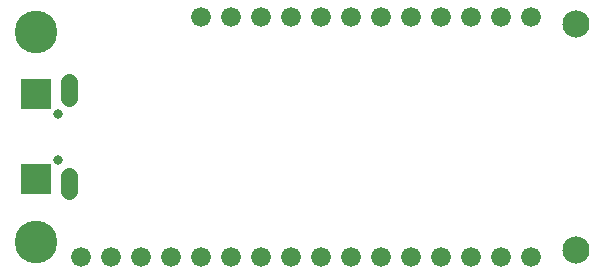
<source format=gbr>
G04 EAGLE Gerber RS-274X export*
G75*
%MOMM*%
%FSLAX34Y34*%
%LPD*%
%INSoldermask Bottom*%
%IPPOS*%
%AMOC8*
5,1,8,0,0,1.08239X$1,22.5*%
G01*
%ADD10C,2.301600*%
%ADD11C,3.617600*%
%ADD12C,1.676400*%
%ADD13C,0.801600*%
%ADD14R,2.514600X2.514600*%
%ADD15C,1.409600*%


D10*
X482600Y18415D03*
X482600Y209550D03*
D11*
X25400Y203200D03*
X25400Y25400D03*
D12*
X444500Y12700D03*
X419100Y12700D03*
X393700Y12700D03*
X368300Y12700D03*
X342900Y12700D03*
X317500Y12700D03*
X292100Y12700D03*
X266700Y12700D03*
X241300Y12700D03*
X215900Y12700D03*
X190500Y12700D03*
X165100Y12700D03*
X139700Y12700D03*
X114300Y12700D03*
X88900Y12700D03*
X63500Y12700D03*
X165100Y215900D03*
X190500Y215900D03*
X215900Y215900D03*
X241300Y215900D03*
X266700Y215900D03*
X292100Y215900D03*
X317500Y215900D03*
X342900Y215900D03*
X368300Y215900D03*
X393700Y215900D03*
X419100Y215900D03*
X444500Y215900D03*
D13*
X44450Y133800D03*
X44450Y94800D03*
D14*
X25450Y78300D03*
X25450Y150300D03*
D15*
X53450Y147300D02*
X53450Y160380D01*
X53450Y81300D02*
X53450Y68220D01*
M02*

</source>
